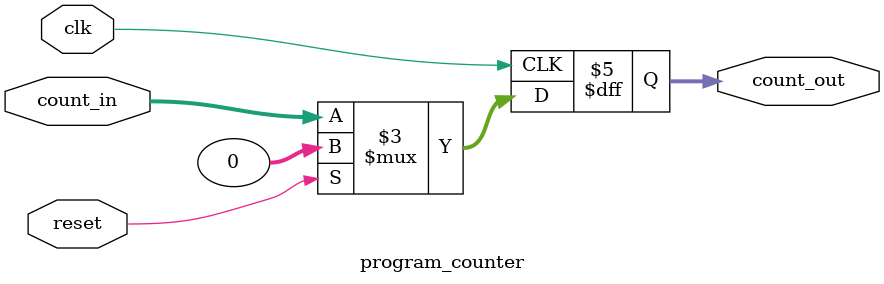
<source format=v>
/* 
This module contains Instructions
depth = 256 
data width = 32
*/

module program_counter (
	input clk,reset,
	input [31:0] count_in,
	output reg [31 :0] count_out);

	always@(posedge clk) begin
		if (reset) count_out <= 32'd0 ; 
		else count_out <= count_in ; 
	end

	

endmodule

</source>
